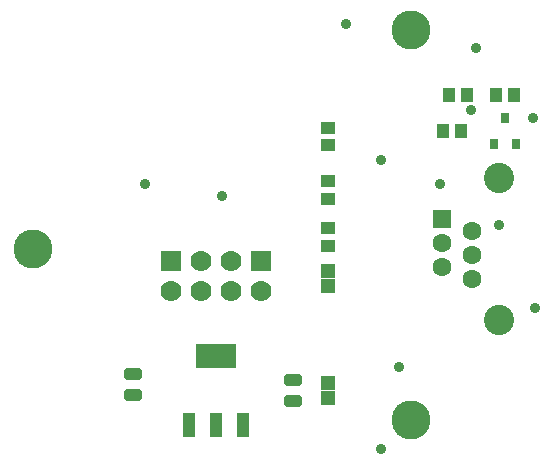
<source format=gbr>
%TF.GenerationSoftware,Altium Limited,Altium Designer,21.2.2 (38)*%
G04 Layer_Color=16777215*
%FSLAX26Y26*%
%MOIN*%
%TF.SameCoordinates,75BC83C2-9D79-468A-8CB9-4745F9D1B378*%
%TF.FilePolarity,Negative*%
%TF.FileFunction,Soldermask,Top*%
%TF.Part,Single*%
G01*
G75*
%TA.AperFunction,ComponentPad*%
%ADD28C,0.070008*%
%ADD29R,0.070008X0.070008*%
%ADD30C,0.063118*%
%ADD31C,0.100913*%
%ADD32R,0.063118X0.063118*%
%TA.AperFunction,ViaPad*%
%ADD33C,0.130047*%
%ADD34C,0.036000*%
%TA.AperFunction,SMDPad,CuDef*%
G04:AMPARAMS|DCode=38|XSize=59.181mil|YSize=37.921mil|CornerRadius=7.74mil|HoleSize=0mil|Usage=FLASHONLY|Rotation=180.000|XOffset=0mil|YOffset=0mil|HoleType=Round|Shape=RoundedRectangle|*
%AMROUNDEDRECTD38*
21,1,0.059181,0.022441,0,0,180.0*
21,1,0.043701,0.037921,0,0,180.0*
1,1,0.015480,-0.021850,0.011220*
1,1,0.015480,0.021850,0.011220*
1,1,0.015480,0.021850,-0.011220*
1,1,0.015480,-0.021850,-0.011220*
%
%ADD38ROUNDEDRECTD38*%
%ADD39R,0.043433X0.082803*%
%ADD40R,0.133984X0.082803*%
%ADD41R,0.045402X0.045402*%
%ADD42R,0.047370X0.039496*%
%ADD43R,0.039496X0.047370*%
%ADD44R,0.031622X0.037528*%
D28*
X898032Y-139370D02*
D03*
X798032D02*
D03*
X698032D02*
D03*
X598032D02*
D03*
X698032Y-39370D02*
D03*
X798032D02*
D03*
D29*
X598032D02*
D03*
X898032D02*
D03*
D30*
X1502355Y-60230D02*
D03*
X1602355Y-100387D02*
D03*
Y-20072D02*
D03*
Y60243D02*
D03*
Y-20072D02*
D03*
X1502355Y20085D02*
D03*
D31*
X1692906Y-236214D02*
D03*
Y236227D02*
D03*
D32*
X1502355Y100400D02*
D03*
D33*
X1397638Y-570866D02*
D03*
Y728346D02*
D03*
X137795Y0D02*
D03*
D34*
X1299213Y-669291D02*
D03*
X1181102Y748032D02*
D03*
X1299213Y295276D02*
D03*
X1614173Y669291D02*
D03*
X1692913Y78740D02*
D03*
X1811024Y-196850D02*
D03*
X511811Y216535D02*
D03*
X1358268Y-393701D02*
D03*
X1807087Y437008D02*
D03*
X1496063Y216535D02*
D03*
X1598981Y462765D02*
D03*
X767716Y177165D02*
D03*
D38*
X472441Y-417716D02*
D03*
Y-488189D02*
D03*
X1003937Y-437401D02*
D03*
Y-507874D02*
D03*
D39*
X657480Y-588583D02*
D03*
X748032D02*
D03*
X838583D02*
D03*
D40*
X748032Y-356299D02*
D03*
D41*
X1122047Y-447835D02*
D03*
Y-497047D02*
D03*
Y-73819D02*
D03*
Y-123031D02*
D03*
D42*
Y344488D02*
D03*
Y403543D02*
D03*
Y167323D02*
D03*
Y226378D02*
D03*
Y9842D02*
D03*
Y68898D02*
D03*
D43*
X1505906Y393701D02*
D03*
X1564961D02*
D03*
X1525591Y511811D02*
D03*
X1584646D02*
D03*
X1742126D02*
D03*
X1683071D02*
D03*
D44*
X1712598Y437008D02*
D03*
X1750000Y350394D02*
D03*
X1675197D02*
D03*
%TF.MD5,6c4f810bc1365c835eaeafea791be854*%
M02*

</source>
